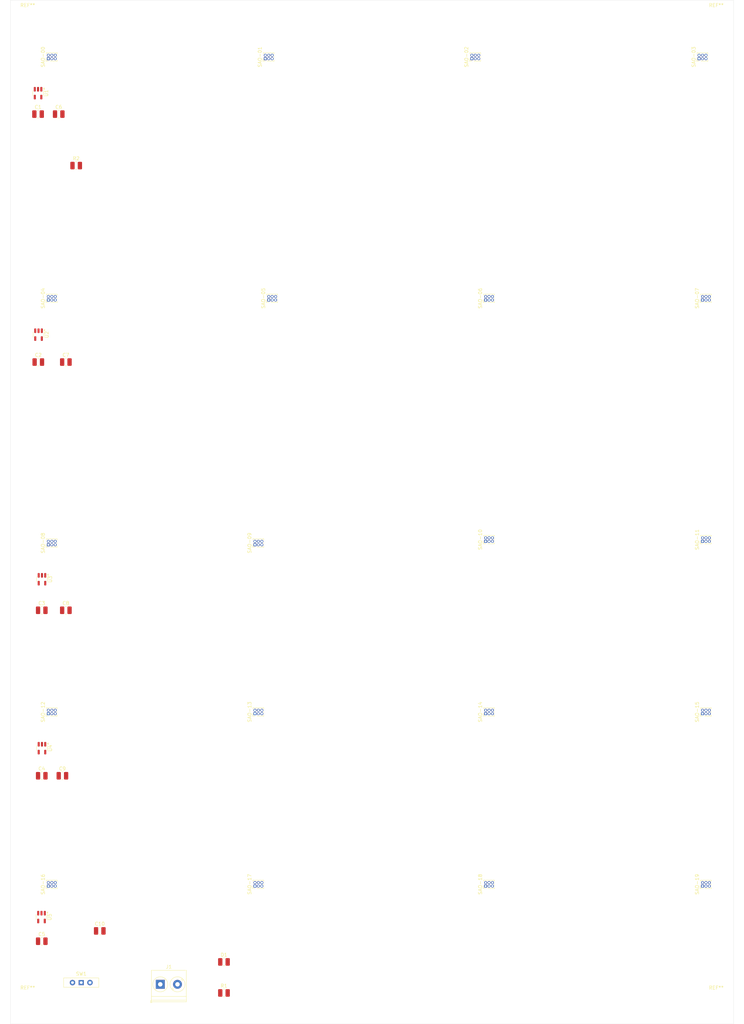
<source format=kicad_pcb>
(kicad_pcb (version 20240108) (generator "pcbnew") (generator_version "8.0")
  (layers (0 "F.Cu" signal) (31 "B.Cu" signal) (34 "B.Paste" user) (35 "F.Paste" user) (36 "B.SilkS" user "B.Silkscreen") (37 "F.SilkS" user "F.Silkscreen") (38 "B.Mask" user) (39 "F.Mask" user) (44 "Edge.Cuts" user))
  (net 0 "")
  (net 1 "Net-(U1-BP)")
  (net 2 "Net-(J1-Pin_2)")
  (net 3 "Net-(D1-K)")
  (net 4 "Net-(U2-BP)")
  (net 5 "Net-(U3-BP)")
  (net 6 "Net-(U4-BP)")
  (net 7 "Net-(U5-BP)")
  (net 8 "Net-(SAO-00-Pin_1)")
  (net 9 "Net-(SAO-04-Pin_1)")
  (net 10 "Net-(SAO-08-Pin_1)")
  (net 11 "Net-(SAO-12-Pin_1)")
  (net 12 "Net-(SAO-16-Pin_1)")
  (net 13 "Net-(D1-A)")
  (net 14 "Net-(SW1-B)")
  (net 15 "Net-(SAO-00-Pin_3)")
  (net 17 "Net-(SAO-00-Pin_4)")
  (footprint "Connector_PinHeader_1.00mm:PinHeader_2x03_P1.00mm_Vertical" (layer "F.Cu") (at 49 201 90)
    (property "Reference" "SAO-08" (at 0.5 -1.56 90) (layer "F.SilkS"))
    (property "Value" "Conn_02x03_Odd_Even")
    (pad "1" thru_hole rect (at 0 0 90) (size 0.85 0.85) (drill 0.5) (layers "*.Cu" "*.Mask") (net 10 "Net-(SAO-08-Pin_1)"))
    (pad "2" thru_hole oval (at 1 0 90) (size 0.85 0.85) (drill 0.5) (layers "*.Cu" "*.Mask") (net 3 "Net-(D1-K)"))
    (pad "3" thru_hole oval (at 0 1 90) (size 0.85 0.85) (drill 0.5) (layers "*.Cu" "*.Mask") (net 15 "Net-(SAO-00-Pin_3)"))
    (pad "4" thru_hole oval (at 1 1 90) (size 0.85 0.85) (drill 0.5) (layers "*.Cu" "*.Mask") (net 17 "Net-(SAO-00-Pin_4)"))
    (pad "5" thru_hole oval (at 0 2 90) (size 0.85 0.85) (drill 0.5) (layers "*.Cu" "*.Mask"))
    (pad "6" thru_hole oval (at 1 2 90) (size 0.85 0.85) (drill 0.5) (layers "*.Cu" "*.Mask"))
  )
  (footprint "MountingHole:MountingHole_3.5mm" (layer "F.Cu") (at 43 49)
    (property "Reference" "REF**" (at 0 -4.5 0) (layer "F.SilkS"))
    (property "Value" "MountingHole_3.5mm")
    (pad "" np_thru_hole circle (at 0 0) (size 3.5 3.5) (drill 3.5) (layers "*.Cu" "*.Mask"))
  )
  (footprint "Package_TO_SOT_SMD:SOT-23-5" (layer "F.Cu") (at 47 309 -90)
    (property "Reference" "U5" (at 0 -2.4 90) (layer "F.SilkS"))
    (property "Value" "MIC5219-3.3YM5")
    (pad "1" smd roundrect (at -1.1375 -0.95 270) (size 1.325 0.6) (layers "F.Cu" "F.Paste" "F.Mask") (net 14 "Net-(SW1-B)"))
    (pad "2" smd roundrect (at -1.1375 0 270) (size 1.325 0.6) (layers "F.Cu" "F.Paste" "F.Mask") (net 3 "Net-(D1-K)"))
    (pad "3" smd roundrect (at -1.1375 0.95 270) (size 1.325 0.6) (layers "F.Cu" "F.Paste" "F.Mask") (net 14 "Net-(SW1-B)"))
    (pad "4" smd roundrect (at 1.1375 0.95 270) (size 1.325 0.6) (layers "F.Cu" "F.Paste" "F.Mask") (net 7 "Net-(U5-BP)"))
    (pad "5" smd roundrect (at 1.1375 -0.95 270) (size 1.325 0.6) (layers "F.Cu" "F.Paste" "F.Mask") (net 12 "Net-(SAO-16-Pin_1)"))
  )
  (footprint "MountingHole:MountingHole_3.5mm" (layer "F.Cu") (at 43 334)
    (property "Reference" "REF**" (at 0 -4.5 0) (layer "F.SilkS"))
    (property "Value" "MountingHole_3.5mm")
    (pad "" np_thru_hole circle (at 0 0) (size 3.5 3.5) (drill 3.5) (layers "F&B.Cu" "*.Mask"))
  )
  (footprint "Inductor_SMD:L_1008_2520Metric" (layer "F.Cu") (at 46 76.075)
    (property "Reference" "C1" (at 0 -2.05 360) (layer "F.SilkS"))
    (property "Value" "470pF")
    (pad "1" smd roundrect (at -1.075 0) (size 1.25 2.2) (layers "F.Cu" "F.Paste" "F.Mask") (roundrect_rratio 0.2) (net 1 "Net-(U1-BP)"))
    (pad "2" smd roundrect (at 1.075 0) (size 1.25 2.2) (layers "F.Cu" "F.Paste" "F.Mask") (roundrect_rratio 0.2) (net 3 "Net-(D1-K)"))
  )
  (footprint "Connector_PinHeader_1.00mm:PinHeader_2x03_P1.00mm_Vertical" (layer "F.Cu") (at 49 60 90)
    (property "Reference" "SAO-00" (at 0.5 -1.56 90) (layer "F.SilkS"))
    (property "Value" "Conn_02x03_Odd_Even")
    (pad "1" thru_hole rect (at 0 0 90) (size 0.85 0.85) (drill 0.5) (layers "*.Cu" "*.Mask") (net 8 "Net-(SAO-00-Pin_1)"))
    (pad "2" thru_hole oval (at 1 0 90) (size 0.85 0.85) (drill 0.5) (layers "*.Cu" "*.Mask") (net 3 "Net-(D1-K)"))
    (pad "3" thru_hole oval (at 0 1 90) (size 0.85 0.85) (drill 0.5) (layers "*.Cu" "*.Mask") (net 15 "Net-(SAO-00-Pin_3)"))
    (pad "4" thru_hole oval (at 1 1 90) (size 0.85 0.85) (drill 0.5) (layers "*.Cu" "*.Mask") (net 17 "Net-(SAO-00-Pin_4)"))
    (pad "5" thru_hole oval (at 0 2 90) (size 0.85 0.85) (drill 0.5) (layers "*.Cu" "*.Mask"))
    (pad "6" thru_hole oval (at 1 2 90) (size 0.85 0.85) (drill 0.5) (layers "*.Cu" "*.Mask"))
  )
  (footprint "Connector_PinHeader_1.00mm:PinHeader_2x03_P1.00mm_Vertical" (layer "F.Cu") (at 176 250 90)
    (property "Reference" "SAO-14" (at 0.5 -1.56 90) (layer "F.SilkS"))
    (property "Value" "Conn_02x03_Odd_Even")
    (pad "1" thru_hole rect (at 0 0 90) (size 0.85 0.85) (drill 0.5) (layers "*.Cu" "*.Mask") (net 11 "Net-(SAO-12-Pin_1)"))
    (pad "2" thru_hole oval (at 1 0 90) (size 0.85 0.85) (drill 0.5) (layers "*.Cu" "*.Mask") (net 3 "Net-(D1-K)"))
    (pad "3" thru_hole oval (at 0 1 90) (size 0.85 0.85) (drill 0.5) (layers "*.Cu" "*.Mask") (net 15 "Net-(SAO-00-Pin_3)"))
    (pad "4" thru_hole oval (at 1 1 90) (size 0.85 0.85) (drill 0.5) (layers "*.Cu" "*.Mask") (net 17 "Net-(SAO-00-Pin_4)"))
    (pad "5" thru_hole oval (at 0 2 90) (size 0.85 0.85) (drill 0.5) (layers "*.Cu" "*.Mask"))
    (pad "6" thru_hole oval (at 1 2 90) (size 0.85 0.85) (drill 0.5) (layers "*.Cu" "*.Mask"))
  )
  (footprint "MountingHole:MountingHole_3.5mm" (layer "F.Cu") (at 243 49)
    (property "Reference" "REF**" (at 0 -4.5 0) (layer "F.SilkS"))
    (property "Value" "MountingHole_3.5mm")
    (pad "" np_thru_hole circle (at 0 0) (size 3.5 3.5) (drill 3.5) (layers "F&B.Cu" "*.Mask"))
  )
  (footprint "Connector_PinHeader_1.00mm:PinHeader_2x03_P1.00mm_Vertical" (layer "F.Cu") (at 239 250 90)
    (property "Reference" "SAO-15" (at 0.5 -1.56 90) (layer "F.SilkS"))
    (property "Value" "Conn_02x03_Odd_Even")
    (pad "1" thru_hole rect (at 0 0 90) (size 0.85 0.85) (drill 0.5) (layers "*.Cu" "*.Mask") (net 11 "Net-(SAO-12-Pin_1)"))
    (pad "2" thru_hole oval (at 1 0 90) (size 0.85 0.85) (drill 0.5) (layers "*.Cu" "*.Mask") (net 3 "Net-(D1-K)"))
    (pad "3" thru_hole oval (at 0 1 90) (size 0.85 0.85) (drill 0.5) (layers "*.Cu" "*.Mask") (net 15 "Net-(SAO-00-Pin_3)"))
    (pad "4" thru_hole oval (at 1 1 90) (size 0.85 0.85) (drill 0.5) (layers "*.Cu" "*.Mask") (net 17 "Net-(SAO-00-Pin_4)"))
    (pad "5" thru_hole oval (at 0 2 90) (size 0.85 0.85) (drill 0.5) (layers "*.Cu" "*.Mask"))
    (pad "6" thru_hole oval (at 1 2 90) (size 0.85 0.85) (drill 0.5) (layers "*.Cu" "*.Mask"))
  )
  (footprint "Connector_PinHeader_1.00mm:PinHeader_2x03_P1.00mm_Vertical" (layer "F.Cu") (at 113 130 90)
    (property "Reference" "SAO-05" (at 0.5 -1.56 90) (layer "F.SilkS"))
    (property "Value" "Conn_02x03_Odd_Even")
    (pad "1" thru_hole rect (at 0 0 90) (size 0.85 0.85) (drill 0.5) (layers "*.Cu" "*.Mask") (net 9 "Net-(SAO-04-Pin_1)"))
    (pad "2" thru_hole oval (at 1 0 90) (size 0.85 0.85) (drill 0.5) (layers "*.Cu" "*.Mask") (net 3 "Net-(D1-K)"))
    (pad "3" thru_hole oval (at 0 1 90) (size 0.85 0.85) (drill 0.5) (layers "*.Cu" "*.Mask") (net 15 "Net-(SAO-00-Pin_3)"))
    (pad "4" thru_hole oval (at 1 1 90) (size 0.85 0.85) (drill 0.5) (layers "*.Cu" "*.Mask") (net 17 "Net-(SAO-00-Pin_4)"))
    (pad "5" thru_hole oval (at 0 2 90) (size 0.85 0.85) (drill 0.5) (layers "*.Cu" "*.Mask"))
    (pad "6" thru_hole oval (at 1 2 90) (size 0.85 0.85) (drill 0.5) (layers "*.Cu" "*.Mask"))
  )
  (footprint "Inductor_SMD:L_1008_2520Metric" (layer "F.Cu") (at 47.075 268)
    (property "Reference" "C4" (at 0 -2.05 0) (layer "F.SilkS"))
    (property "Value" "470pF")
    (pad "1" smd roundrect (at -1.075 0) (size 1.25 2.2) (layers "F.Cu" "F.Paste" "F.Mask") (roundrect_rratio 0.2) (net 6 "Net-(U4-BP)"))
    (pad "2" smd roundrect (at 1.075 0) (size 1.25 2.2) (layers "F.Cu" "F.Paste" "F.Mask") (roundrect_rratio 0.2) (net 3 "Net-(D1-K)"))
  )
  (footprint "Button_Switch_THT:SW_Slide-03_Wuerth-WS-SLTV_10x2.5x6.4_P2.54mm" (layer "F.Cu") (at 58.54 328)
    (property "Reference" "SW1" (at 0 -2.54 0) (layer "F.SilkS"))
    (property "Value" "SW_SPDT")
    (pad "1" thru_hole rect (at 0 0) (size 1.5 1.5) (drill 0.8) (layers "*.Cu" "*.Mask"))
    (pad "2" thru_hole circle (at -2.54 0) (size 1.6 1.6) (drill 0.8) (layers "*.Cu" "*.Mask") (net 14 "Net-(SW1-B)"))
    (pad "3" thru_hole circle (at 2.54 0) (size 1.6 1.6) (drill 0.8) (layers "*.Cu" "*.Mask") (net 2 "Net-(J1-Pin_2)"))
  )
  (footprint "Package_TO_SOT_SMD:SOT-23-5" (layer "F.Cu") (at 47.1375 211 -90)
    (property "Reference" "U3" (at 0 -2.4 90) (layer "F.SilkS"))
    (property "Value" "MIC5219-3.3YM5")
    (pad "1" smd roundrect (at -1.1375 -0.95 270) (size 1.325 0.6) (layers "F.Cu" "F.Paste" "F.Mask") (net 14 "Net-(SW1-B)"))
    (pad "2" smd roundrect (at -1.1375 0 270) (size 1.325 0.6) (layers "F.Cu" "F.Paste" "F.Mask") (net 3 "Net-(D1-K)"))
    (pad "3" smd roundrect (at -1.1375 0.95 270) (size 1.325 0.6) (layers "F.Cu" "F.Paste" "F.Mask") (net 14 "Net-(SW1-B)"))
    (pad "4" smd roundrect (at 1.1375 0.95 270) (size 1.325 0.6) (layers "F.Cu" "F.Paste" "F.Mask") (net 5 "Net-(U3-BP)"))
    (pad "5" smd roundrect (at 1.1375 -0.95 270) (size 1.325 0.6) (layers "F.Cu" "F.Paste" "F.Mask") (net 10 "Net-(SAO-08-Pin_1)"))
  )
  (footprint "Inductor_SMD:L_1008_2520Metric" (layer "F.Cu") (at 47.075 316)
    (property "Reference" "C5" (at 0 -2.05 0) (layer "F.SilkS"))
    (property "Value" "470pF")
    (pad "1" smd roundrect (at -1.075 0) (size 1.25 2.2) (layers "F.Cu" "F.Paste" "F.Mask") (roundrect_rratio 0.2) (net 7 "Net-(U5-BP)"))
    (pad "2" smd roundrect (at 1.075 0) (size 1.25 2.2) (layers "F.Cu" "F.Paste" "F.Mask") (roundrect_rratio 0.2) (net 3 "Net-(D1-K)"))
  )
  (footprint "Inductor_SMD:L_1008_2520Metric" (layer "F.Cu") (at 52 76.075)
    (property "Reference" "C6" (at 0 -2.05 360) (layer "F.SilkS"))
    (property "Value" "2.2uF tantalum")
    (pad "1" smd roundrect (at -1.075 0) (size 1.25 2.2) (layers "F.Cu" "F.Paste" "F.Mask") (roundrect_rratio 0.2) (net 8 "Net-(SAO-00-Pin_1)"))
    (pad "2" smd roundrect (at 1.075 0) (size 1.25 2.2) (layers "F.Cu" "F.Paste" "F.Mask") (roundrect_rratio 0.2) (net 3 "Net-(D1-K)"))
  )
  (footprint "Connector_PinHeader_1.00mm:PinHeader_2x03_P1.00mm_Vertical" (layer "F.Cu") (at 49 130 90)
    (property "Reference" "SAO-04" (at 0.5 -1.56 90) (layer "F.SilkS"))
    (property "Value" "Conn_02x03_Odd_Even")
    (pad "1" thru_hole rect (at 0 0 90) (size 0.85 0.85) (drill 0.5) (layers "*.Cu" "*.Mask") (net 9 "Net-(SAO-04-Pin_1)"))
    (pad "2" thru_hole oval (at 1 0 90) (size 0.85 0.85) (drill 0.5) (layers "*.Cu" "*.Mask") (net 3 "Net-(D1-K)"))
    (pad "3" thru_hole oval (at 0 1 90) (size 0.85 0.85) (drill 0.5) (layers "*.Cu" "*.Mask") (net 15 "Net-(SAO-00-Pin_3)"))
    (pad "4" thru_hole oval (at 1 1 90) (size 0.85 0.85) (drill 0.5) (layers "*.Cu" "*.Mask") (net 17 "Net-(SAO-00-Pin_4)"))
    (pad "5" thru_hole oval (at 0 2 90) (size 0.85 0.85) (drill 0.5) (layers "*.Cu" "*.Mask"))
    (pad "6" thru_hole oval (at 1 2 90) (size 0.85 0.85) (drill 0.5) (layers "*.Cu" "*.Mask"))
  )
  (footprint "Inductor_SMD:L_1008_2520Metric" (layer "F.Cu") (at 57.075 91)
    (property "Reference" "R2" (at 0 -2.05 0) (layer "F.SilkS"))
    (property "Value" "4.7K")
    (pad "1" smd roundrect (at -1.075 0) (size 1.25 2.2) (layers "F.Cu" "F.Paste" "F.Mask") (roundrect_rratio 0.2) (net 8 "Net-(SAO-00-Pin_1)"))
    (pad "2" smd roundrect (at 1.075 0) (size 1.25 2.2) (layers "F.Cu" "F.Paste" "F.Mask") (roundrect_rratio 0.2) (net 15 "Net-(SAO-00-Pin_3)"))
  )
  (footprint "Connector_PinHeader_1.00mm:PinHeader_2x03_P1.00mm_Vertical" (layer "F.Cu") (at 109 201 90)
    (property "Reference" "SAO-09" (at 0.5 -1.56 90) (layer "F.SilkS"))
    (property "Value" "Conn_02x03_Odd_Even")
    (pad "1" thru_hole rect (at 0 0 90) (size 0.85 0.85) (drill 0.5) (layers "*.Cu" "*.Mask") (net 10 "Net-(SAO-08-Pin_1)"))
    (pad "2" thru_hole oval (at 1 0 90) (size 0.85 0.85) (drill 0.5) (layers "*.Cu" "*.Mask") (net 3 "Net-(D1-K)"))
    (pad "3" thru_hole oval (at 0 1 90) (size 0.85 0.85) (drill 0.5) (layers "*.Cu" "*.Mask") (net 15 "Net-(SAO-00-Pin_3)"))
    (pad "4" thru_hole oval (at 1 1 90) (size 0.85 0.85) (drill 0.5) (layers "*.Cu" "*.Mask") (net 17 "Net-(SAO-00-Pin_4)"))
    (pad "5" thru_hole oval (at 0 2 90) (size 0.85 0.85) (drill 0.5) (layers "*.Cu" "*.Mask"))
    (pad "6" thru_hole oval (at 1 2 90) (size 0.85 0.85) (drill 0.5) (layers "*.Cu" "*.Mask"))
  )
  (footprint "Package_TO_SOT_SMD:SOT-23-5" (layer "F.Cu") (at 47.1375 260 -90)
    (property "Reference" "U4" (at 0 -2.4 90) (layer "F.SilkS"))
    (property "Value" "MIC5219-3.3YM5")
    (pad "1" smd roundrect (at -1.1375 -0.95 270) (size 1.325 0.6) (layers "F.Cu" "F.Paste" "F.Mask") (net 14 "Net-(SW1-B)"))
    (pad "2" smd roundrect (at -1.1375 0 270) (size 1.325 0.6) (layers "F.Cu" "F.Paste" "F.Mask") (net 3 "Net-(D1-K)"))
    (pad "3" smd roundrect (at -1.1375 0.95 270) (size 1.325 0.6) (layers "F.Cu" "F.Paste" "F.Mask") (net 14 "Net-(SW1-B)"))
    (pad "4" smd roundrect (at 1.1375 0.95 270) (size 1.325 0.6) (layers "F.Cu" "F.Paste" "F.Mask") (net 6 "Net-(U4-BP)"))
    (pad "5" smd roundrect (at 1.1375 -0.95 270) (size 1.325 0.6) (layers "F.Cu" "F.Paste" "F.Mask") (net 11 "Net-(SAO-12-Pin_1)"))
  )
  (footprint "Connector_PinHeader_1.00mm:PinHeader_2x03_P1.00mm_Vertical" (layer "F.Cu") (at 176 200 90)
    (property "Reference" "SAO-10" (at 0.5 -1.56 90) (layer "F.SilkS"))
    (property "Value" "Conn_02x03_Odd_Even")
    (pad "1" thru_hole rect (at 0 0 90) (size 0.85 0.85) (drill 0.5) (layers "*.Cu" "*.Mask") (net 10 "Net-(SAO-08-Pin_1)"))
    (pad "2" thru_hole oval (at 1 0 90) (size 0.85 0.85) (drill 0.5) (layers "*.Cu" "*.Mask") (net 3 "Net-(D1-K)"))
    (pad "3" thru_hole oval (at 0 1 90) (size 0.85 0.85) (drill 0.5) (layers "*.Cu" "*.Mask") (net 15 "Net-(SAO-00-Pin_3)"))
    (pad "4" thru_hole oval (at 1 1 90) (size 0.85 0.85) (drill 0.5) (layers "*.Cu" "*.Mask") (net 17 "Net-(SAO-00-Pin_4)"))
    (pad "5" thru_hole oval (at 0 2 90) (size 0.85 0.85) (drill 0.5) (layers "*.Cu" "*.Mask"))
    (pad "6" thru_hole oval (at 1 2 90) (size 0.85 0.85) (drill 0.5) (layers "*.Cu" "*.Mask"))
  )
  (footprint "Connector_PinHeader_1.00mm:PinHeader_2x03_P1.00mm_Vertical" (layer "F.Cu") (at 112 60 90)
    (property "Reference" "SAO-01" (at 0.5 -1.56 90) (layer "F.SilkS"))
    (property "Value" "Conn_02x03_Odd_Even")
    (pad "1" thru_hole rect (at 0 0 90) (size 0.85 0.85) (drill 0.5) (layers "*.Cu" "*.Mask") (net 8 "Net-(SAO-00-Pin_1)"))
    (pad "2" thru_hole oval (at 1 0 90) (size 0.85 0.85) (drill 0.5) (layers "*.Cu" "*.Mask") (net 3 "Net-(D1-K)"))
    (pad "3" thru_hole oval (at 0 1 90) (size 0.85 0.85) (drill 0.5) (layers "*.Cu" "*.Mask") (net 15 "Net-(SAO-00-Pin_3)"))
    (pad "4" thru_hole oval (at 1 1 90) (size 0.85 0.85) (drill 0.5) (layers "*.Cu" "*.Mask") (net 17 "Net-(SAO-00-Pin_4)"))
    (pad "5" thru_hole oval (at 0 2 90) (size 0.85 0.85) (drill 0.5) (layers "*.Cu" "*.Mask"))
    (pad "6" thru_hole oval (at 1 2 90) (size 0.85 0.85) (drill 0.5) (layers "*.Cu" "*.Mask"))
  )
  (footprint "Connector_PinHeader_1.00mm:PinHeader_2x03_P1.00mm_Vertical" (layer "F.Cu") (at 176 130 90)
    (property "Reference" "SAO-06" (at 0.5 -1.56 90) (layer "F.SilkS"))
    (property "Value" "Conn_02x03_Odd_Even")
    (pad "1" thru_hole rect (at 0 0 90) (size 0.85 0.85) (drill 0.5) (layers "*.Cu" "*.Mask") (net 9 "Net-(SAO-04-Pin_1)"))
    (pad "2" thru_hole oval (at 1 0 90) (size 0.85 0.85) (drill 0.5) (layers "*.Cu" "*.Mask") (net 3 "Net-(D1-K)"))
    (pad "3" thru_hole oval (at 0 1 90) (size 0.85 0.85) (drill 0.5) (layers "*.Cu" "*.Mask") (net 15 "Net-(SAO-00-Pin_3)"))
    (pad "4" thru_hole oval (at 1 1 90) (size 0.85 0.85) (drill 0.5) (layers "*.Cu" "*.Mask") (net 17 "Net-(SAO-00-Pin_4)"))
    (pad "5" thru_hole oval (at 0 2 90) (size 0.85 0.85) (drill 0.5) (layers "*.Cu" "*.Mask"))
    (pad "6" thru_hole oval (at 1 2 90) (size 0.85 0.85) (drill 0.5) (layers "*.Cu" "*.Mask"))
  )
  (footprint "MountingHole:MountingHole_3.5mm" (layer "F.Cu") (at 243 334)
    (property "Reference" "REF**" (at 0 -4.5 0) (layer "F.SilkS"))
    (property "Value" "MountingHole_3.5mm")
    (pad "" np_thru_hole circle (at 0 0) (size 3.5 3.5) (drill 3.5) (layers "F&B.Cu" "*.Mask"))
  )
  (footprint "Inductor_SMD:L_1008_2520Metric" (layer "F.Cu") (at 46.075 148)
    (property "Reference" "C2" (at 0 -2.05 0) (layer "F.SilkS"))
    (property "Value" "470pF")
    (pad "1" smd roundrect (at -1.075 0) (size 1.25 2.2) (layers "F.Cu" "F.Paste" "F.Mask") (roundrect_rratio 0.2) (net 4 "Net-(U2-BP)"))
    (pad "2" smd roundrect (at 1.075 0) (size 1.25 2.2) (layers "F.Cu" "F.Paste" "F.Mask") (roundrect_rratio 0.2) (net 3 "Net-(D1-K)"))
  )
  (footprint "Connector_PinHeader_1.00mm:PinHeader_2x03_P1.00mm_Vertical" (layer "F.Cu") (at 239 300 90)
    (property "Reference" "SAO-19" (at 0.5 -1.56 90) (layer "F.SilkS"))
    (property "Value" "Conn_02x03_Odd_Even")
    (pad "1" thru_hole rect (at 0 0 90) (size 0.85 0.85) (drill 0.5) (layers "*.Cu" "*.Mask") (net 12 "Net-(SAO-16-Pin_1)"))
    (pad "2" thru_hole oval (at 1 0 90) (size 0.85 0.85) (drill 0.5) (layers "*.Cu" "*.Mask") (net 3 "Net-(D1-K)"))
    (pad "3" thru_hole oval (at 0 1 90) (size 0.85 0.85) (drill 0.5) (layers "*.Cu" "*.Mask") (net 15 "Net-(SAO-00-Pin_3)"))
    (pad "4" thru_hole oval (at 1 1 90) (size 0.85 0.85) (drill 0.5) (layers "*.Cu" "*.Mask") (net 17 "Net-(SAO-00-Pin_4)"))
    (pad "5" thru_hole oval (at 0 2 90) (size 0.85 0.85) (drill 0.5) (layers "*.Cu" "*.Mask"))
    (pad "6" thru_hole oval (at 1 2 90) (size 0.85 0.85) (drill 0.5) (layers "*.Cu" "*.Mask"))
  )
  (footprint "Connector_PinHeader_1.00mm:PinHeader_2x03_P1.00mm_Vertical" (layer "F.Cu") (at 239 200 90)
    (property "Reference" "SAO-11" (at 0.5 -1.56 90) (layer "F.SilkS"))
    (property "Value" "Conn_02x03_Odd_Even")
    (pad "1" thru_hole rect (at 0 0 90) (size 0.85 0.85) (drill 0.5) (layers "*.Cu" "*.Mask") (net 10 "Net-(SAO-08-Pin_1)"))
    (pad "2" thru_hole oval (at 1 0 90) (size 0.85 0.85) (drill 0.5) (layers "*.Cu" "*.Mask") (net 3 "Net-(D1-K)"))
    (pad "3" thru_hole oval (at 0 1 90) (size 0.85 0.85) (drill 0.5) (layers "*.Cu" "*.Mask") (net 15 "Net-(SAO-00-Pin_3)"))
    (pad "4" thru_hole oval (at 1 1 90) (size 0.85 0.85) (drill 0.5) (layers "*.Cu" "*.Mask") (net 17 "Net-(SAO-00-Pin_4)"))
    (pad "5" thru_hole oval (at 0 2 90) (size 0.85 0.85) (drill 0.5) (layers "*.Cu" "*.Mask"))
    (pad "6" thru_hole oval (at 1 2 90) (size 0.85 0.85) (drill 0.5) (layers "*.Cu" "*.Mask"))
  )
  (footprint "Connector_PinHeader_1.00mm:PinHeader_2x03_P1.00mm_Vertical" (layer "F.Cu") (at 238 60 90)
    (property "Reference" "SAO-03" (at 0.5 -1.56 90) (layer "F.SilkS"))
    (property "Value" "~")
    (pad "1" thru_hole rect (at 0 0 90) (size 0.85 0.85) (drill 0.5) (layers "*.Cu" "*.Mask") (net 8 "Net-(SAO-00-Pin_1)"))
    (pad "2" thru_hole oval (at 1 0 90) (size 0.85 0.85) (drill 0.5) (layers "*.Cu" "*.Mask") (net 3 "Net-(D1-K)"))
    (pad "3" thru_hole oval (at 0 1 90) (size 0.85 0.85) (drill 0.5) (layers "*.Cu" "*.Mask") (net 15 "Net-(SAO-00-Pin_3)"))
    (pad "4" thru_hole oval (at 1 1 90) (size 0.85 0.85) (drill 0.5) (layers "*.Cu" "*.Mask") (net 17 "Net-(SAO-00-Pin_4)"))
    (pad "5" thru_hole oval (at 0 2 90) (size 0.85 0.85) (drill 0.5) (layers "*.Cu" "*.Mask"))
    (pad "6" thru_hole oval (at 1 2 90) (size 0.85 0.85) (drill 0.5) (layers "*.Cu" "*.Mask"))
  )
  (footprint "Package_TO_SOT_SMD:SOT-23-5" (layer "F.Cu") (at 46.1375 140.05 -90)
    (property "Reference" "U2" (at 0 -2.4 90) (layer "F.SilkS"))
    (property "Value" "MIC5219-3.3YM5")
    (pad "1" smd roundrect (at -1.1375 -0.95 270) (size 1.325 0.6) (layers "F.Cu" "F.Paste" "F.Mask") (net 14 "Net-(SW1-B)"))
    (pad "2" smd roundrect (at -1.1375 0 270) (size 1.325 0.6) (layers "F.Cu" "F.Paste" "F.Mask") (net 3 "Net-(D1-K)"))
    (pad "3" smd roundrect (at -1.1375 0.95 270) (size 1.325 0.6) (layers "F.Cu" "F.Paste" "F.Mask") (net 14 "Net-(SW1-B)"))
    (pad "4" smd roundrect (at 1.1375 0.95 270) (size 1.325 0.6) (layers "F.Cu" "F.Paste" "F.Mask") (net 4 "Net-(U2-BP)"))
    (pad "5" smd roundrect (at 1.1375 -0.95 270) (size 1.325 0.6) (layers "F.Cu" "F.Paste" "F.Mask") (net 9 "Net-(SAO-04-Pin_1)"))
  )
  (footprint "Connector_PinHeader_1.00mm:PinHeader_2x03_P1.00mm_Vertical" (layer "F.Cu") (at 109 250 90)
    (property "Reference" "SAO-13" (at 0.5 -1.56 90) (layer "F.SilkS"))
    (property "Value" "Conn_02x03_Odd_Even")
    (pad "1" thru_hole rect (at 0 0 90) (size 0.85 0.85) (drill 0.5) (layers "*.Cu" "*.Mask") (net 11 "Net-(SAO-12-Pin_1)"))
    (pad "2" thru_hole oval (at 1 0 90) (size 0.85 0.85) (drill 0.5) (layers "*.Cu" "*.Mask") (net 3 "Net-(D1-K)"))
    (pad "3" thru_hole oval (at 0 1 90) (size 0.85 0.85) (drill 0.5) (layers "*.Cu" "*.Mask") (net 15 "Net-(SAO-00-Pin_3)"))
    (pad "4" thru_hole oval (at 1 1 90) (size 0.85 0.85) (drill 0.5) (layers "*.Cu" "*.Mask") (net 17 "Net-(SAO-00-Pin_4)"))
    (pad "5" thru_hole oval (at 0 2 90) (size 0.85 0.85) (drill 0.5) (layers "*.Cu" "*.Mask"))
    (pad "6" thru_hole oval (at 1 2 90) (size 0.85 0.85) (drill 0.5) (layers "*.Cu" "*.Mask"))
  )
  (footprint "Connector_PinHeader_1.00mm:PinHeader_2x03_P1.00mm_Vertical" (layer "F.Cu") (at 176 300 90)
    (property "Reference" "SAO-18" (at 0.5 -1.56 90) (layer "F.SilkS"))
    (property "Value" "Conn_02x03_Odd_Even")
    (pad "1" thru_hole rect (at 0 0 90) (size 0.85 0.85) (drill 0.5) (layers "*.Cu" "*.Mask") (net 12 "Net-(SAO-16-Pin_1)"))
    (pad "2" thru_hole oval (at 1 0 90) (size 0.85 0.85) (drill 0.5) (layers "*.Cu" "*.Mask") (net 3 "Net-(D1-K)"))
    (pad "3" thru_hole oval (at 0 1 90) (size 0.85 0.85) (drill 0.5) (layers "*.Cu" "*.Mask") (net 15 "Net-(SAO-00-Pin_3)"))
    (pad "4" thru_hole oval (at 1 1 90) (size 0.85 0.85) (drill 0.5) (layers "*.Cu" "*.Mask") (net 17 "Net-(SAO-00-Pin_4)"))
    (pad "5" thru_hole oval (at 0 2 90) (size 0.85 0.85) (drill 0.5) (layers "*.Cu" "*.Mask"))
    (pad "6" thru_hole oval (at 1 2 90) (size 0.85 0.85) (drill 0.5) (layers "*.Cu" "*.Mask"))
  )
  (footprint "Inductor_SMD:L_1008_2520Metric" (layer "F.Cu") (at 54.075 148)
    (property "Reference" "C7" (at 0 -2.05 0) (layer "F.SilkS"))
    (property "Value" "2.2uF tantalum")
    (pad "1" smd roundrect (at -1.075 0) (size 1.25 2.2) (layers "F.Cu" "F.Paste" "F.Mask") (roundrect_rratio 0.2) (net 9 "Net-(SAO-04-Pin_1)"))
    (pad "2" smd roundrect (at 1.075 0) (size 1.25 2.2) (layers "F.Cu" "F.Paste" "F.Mask") (roundrect_rratio 0.2) (net 3 "Net-(D1-K)"))
  )
  (footprint "Inductor_SMD:L_1008_2520Metric" (layer "F.Cu") (at 63.925 313)
    (property "Reference" "C10" (at 0 -2.05 0) (layer "F.SilkS"))
    (property "Value" "2.2uF tantalum")
    (pad "1" smd roundrect (at -1.075 0) (size 1.25 2.2) (layers "F.Cu" "F.Paste" "F.Mask") (roundrect_rratio 0.2) (net 12 "Net-(SAO-16-Pin_1)"))
    (pad "2" smd roundrect (at 1.075 0) (size 1.25 2.2) (layers "F.Cu" "F.Paste" "F.Mask") (roundrect_rratio 0.2) (net 3 "Net-(D1-K)"))
  )
  (footprint "Inductor_SMD:L_1008_2520Metric" (layer "F.Cu") (at 53.075 268)
    (property "Reference" "C9" (at 0 -2.05 0) (layer "F.SilkS"))
    (property "Value" "2.2uF tantalum")
    (pad "1" smd roundrect (at -1.075 0) (size 1.25 2.2) (layers "F.Cu" "F.Paste" "F.Mask") (roundrect_rratio 0.2) (net 11 "Net-(SAO-12-Pin_1)"))
    (pad "2" smd roundrect (at 1.075 0) (size 1.25 2.2) (layers "F.Cu" "F.Paste" "F.Mask") (roundrect_rratio 0.2) (net 3 "Net-(D1-K)"))
  )
  (footprint "Inductor_SMD:L_1008_2520Metric" (layer "F.Cu") (at 47.075 220)
    (property "Reference" "C3" (at 0 -2.05 0) (layer "F.SilkS"))
    (property "Value" "470pF")
    (pad "1" smd roundrect (at -1.075 0) (size 1.25 2.2) (layers "F.Cu" "F.Paste" "F.Mask") (roundrect_rratio 0.2) (net 5 "Net-(U3-BP)"))
    (pad "2" smd roundrect (at 1.075 0) (size 1.25 2.2) (layers "F.Cu" "F.Paste" "F.Mask") (roundrect_rratio 0.2) (net 3 "Net-(D1-K)"))
  )
  (footprint "TerminalBlock_Phoenix:TerminalBlock_Phoenix_PT-1,5-2-5.0-H_1x02_P5.00mm_Horizontal" (layer "F.Cu") (at 81.5 328.5)
    (property "Reference" "J1" (at 2.5 -5.06 0) (layer "F.SilkS"))
    (property "Value" "5V")
    (pad "1" thru_hole rect (at 0 0) (size 2.6 2.6) (drill 1.3) (layers "*.Cu" "*.Mask") (net 3 "Net-(D1-K)"))
    (pad "2" thru_hole circle (at 5 0) (size 2.6 2.6) (drill 1.3) (layers "*.Cu" "*.Mask") (net 2 "Net-(J1-Pin_2)"))
  )
  (footprint "Inductor_SMD:L_1008_2520Metric" (layer "F.Cu") (at 100 331)
    (property "Reference" "R1" (at 0 -2.05 0) (layer "F.SilkS"))
    (property "Value" "330")
    (pad "1" smd roundrect (at -1.075 0) (size 1.25 2.2) (layers "F.Cu" "F.Paste" "F.Mask") (roundrect_rratio 0.2) (net 14 "Net-(SW1-B)"))
    (pad "2" smd roundrect (at 1.075 0) (size 1.25 2.2) (layers "F.Cu" "F.Paste" "F.Mask") (roundrect_rratio 0.2) (net 13 "Net-(D1-A)"))
  )
  (footprint "Inductor_SMD:L_1008_2520Metric" (layer "F.Cu") (at 54.075 220)
    (property "Reference" "C8" (at 0 -2.05 0) (layer "F.SilkS"))
    (property "Value" "2.2uF tantalum")
    (pad "1" smd roundrect (at -1.075 0) (size 1.25 2.2) (layers "F.Cu" "F.Paste" "F.Mask") (roundrect_rratio 0.2) (net 10 "Net-(SAO-08-Pin_1)"))
    (pad "2" smd roundrect (at 1.075 0) (size 1.25 2.2) (layers "F.Cu" "F.Paste" "F.Mask") (roundrect_rratio 0.2) (net 3 "Net-(D1-K)"))
  )
  (footprint "Package_TO_SOT_SMD:SOT-23-5" (layer "F.Cu") (at 46 70 -90)
    (property "Reference" "U1" (at 0 -2.4 90) (layer "F.SilkS"))
    (property "Value" "MIC5219-3.3YM5")
    (pad "1" smd roundrect (at -1.1375 -0.95 270) (size 1.325 0.6) (layers "F.Cu" "F.Paste" "F.Mask") (net 14 "Net-(SW1-B)"))
    (pad "2" smd roundrect (at -1.1375 0 270) (size 1.325 0.6) (layers "F.Cu" "F.Paste" "F.Mask") (net 3 "Net-(D1-K)"))
    (pad "3" smd roundrect (at -1.1375 0.95 270) (size 1.325 0.6) (layers "F.Cu" "F.Paste" "F.Mask") (net 14 "Net-(SW1-B)"))
    (pad "4" smd roundrect (at 1.1375 0.95 270) (size 1.325 0.6) (layers "F.Cu" "F.Paste" "F.Mask") (net 1 "Net-(U1-BP)"))
    (pad "5" smd roundrect (at 1.1375 -0.95 270) (size 1.325 0.6) (layers "F.Cu" "F.Paste" "F.Mask") (net 8 "Net-(SAO-00-Pin_1)"))
  )
  (footprint "Connector_PinHeader_1.00mm:PinHeader_2x03_P1.00mm_Vertical" (layer "F.Cu") (at 239 130 90)
    (property "Reference" "SAO-07" (at 0.5 -1.56 90) (layer "F.SilkS"))
    (property "Value" "Conn_02x03_Odd_Even")
    (pad "1" thru_hole rect (at 0 0 90) (size 0.85 0.85) (drill 0.5) (layers "*.Cu" "*.Mask") (net 9 "Net-(SAO-04-Pin_1)"))
    (pad "2" thru_hole oval (at 1 0 90) (size 0.85 0.85) (drill 0.5) (layers "*.Cu" "*.Mask") (net 3 "Net-(D1-K)"))
    (pad "3" thru_hole oval (at 0 1 90) (size 0.85 0.85) (drill 0.5) (layers "*.Cu" "*.Mask") (net 15 "Net-(SAO-00-Pin_3)"))
    (pad "4" thru_hole oval (at 1 1 90) (size 0.85 0.85) (drill 0.5) (layers "*.Cu" "*.Mask") (net 17 "Net-(SAO-00-Pin_4)"))
    (pad "5" thru_hole oval (at 0 2 90) (size 0.85 0.85) (drill 0.5) (layers "*.Cu" "*.Mask"))
    (pad "6" thru_hole oval (at 1 2 90) (size 0.85 0.85) (drill 0.5) (layers "*.Cu" "*.Mask"))
  )
  (footprint "Inductor_SMD:L_1008_2520Metric" (layer "F.Cu") (at 100 322)
    (property "Reference" "D1" (at 0 -2.05 0) (layer "F.SilkS"))
    (property "Value" "LED")
    (pad "1" smd roundrect (at -1.075 0) (size 1.25 2.2) (layers "F.Cu" "F.Paste" "F.Mask") (roundrect_rratio 0.2) (net 3 "Net-(D1-K)"))
    (pad "2" smd roundrect (at 1.075 0) (size 1.25 2.2) (layers "F.Cu" "F.Paste" "F.Mask") (roundrect_rratio 0.2) (net 13 "Net-(D1-A)"))
  )
  (footprint "Connector_PinHeader_1.00mm:PinHeader_2x03_P1.00mm_Vertical" (layer "F.Cu") (at 109 300 90)
    (property "Reference" "SAO-17" (at 0.5 -1.56 90) (layer "F.SilkS"))
    (property "Value" "Conn_02x03_Odd_Even")
    (pad "1" thru_hole rect (at 0 0 90) (size 0.85 0.85) (drill 0.5) (layers "*.Cu" "*.Mask") (net 12 "Net-(SAO-16-Pin_1)"))
    (pad "2" thru_hole oval (at 1 0 90) (size 0.85 0.85) (drill 0.5) (layers "*.Cu" "*.Mask") (net 3 "Net-(D1-K)"))
    (pad "3" thru_hole oval (at 0 1 90) (size 0.85 0.85) (drill 0.5) (layers "*.Cu" "*.Mask") (net 15 "Net-(SAO-00-Pin_3)"))
    (pad "4" thru_hole oval (at 1 1 90) (size 0.85 0.85) (drill 0.5) (layers "*.Cu" "*.Mask") (net 17 "Net-(SAO-00-Pin_4)"))
    (pad "5" thru_hole oval (at 0 2 90) (size 0.85 0.85) (drill 0.5) (layers "*.Cu" "*.Mask"))
    (pad "6" thru_hole oval (at 1 2 90) (size 0.85 0.85) (drill 0.5) (layers "*.Cu" "*.Mask"))
  )
  (footprint "Connector_PinHeader_1.00mm:PinHeader_2x03_P1.00mm_Vertical" (layer "F.Cu") (at 49 250 90)
    (property "Reference" "SAO-12" (at 0.5 -1.56 90) (layer "F.SilkS"))
    (property "Value" "Conn_02x03_Odd_Even")
    (pad "1" thru_hole rect (at 0 0 90) (size 0.85 0.85) (drill 0.5) (layers "*.Cu" "*.Mask") (net 11 "Net-(SAO-12-Pin_1)"))
    (pad "2" thru_hole oval (at 1 0 90) (size 0.85 0.85) (drill 0.5) (layers "*.Cu" "*.Mask") (net 3 "Net-(D1-K)"))
    (pad "3" thru_hole oval (at 0 1 90) (size 0.85 0.85) (drill 0.5) (layers "*.Cu" "*.Mask") (net 15 "Net-(SAO-00-Pin_3)"))
    (pad "4" thru_hole oval (at 1 1 90) (size 0.85 0.85) (drill 0.5) (layers "*.Cu" "*.Mask") (net 17 "Net-(SAO-00-Pin_4)"))
    (pad "5" thru_hole oval (at 0 2 90) (size 0.85 0.85) (drill 0.5) (layers "*.Cu" "*.Mask"))
    (pad "6" thru_hole oval (at 1 2 90) (size 0.85 0.85) (drill 0.5) (layers "*.Cu" "*.Mask"))
  )
  (footprint "Connector_PinHeader_1.00mm:PinHeader_2x03_P1.00mm_Vertical" (layer "F.Cu") (at 172 60 90)
    (property "Reference" "SAO-02" (at 0.5 -1.56 90) (layer "F.SilkS"))
    (property "Value" "Conn_02x03_Odd_Even")
    (pad "1" thru_hole rect (at 0 0 90) (size 0.85 0.85) (drill 0.5) (layers "*.Cu" "*.Mask") (net 8 "Net-(SAO-00-Pin_1)"))
    (pad "2" thru_hole oval (at 1 0 90) (size 0.85 0.85) (drill 0.5) (layers "*.Cu" "*.Mask") (net 3 "Net-(D1-K)"))
    (pad "3" thru_hole oval (at 0 1 90) (size 0.85 0.85) (drill 0.5) (layers "*.Cu" "*.Mask") (net 15 "Net-(SAO-00-Pin_3)"))
    (pad "4" thru_hole oval (at 1 1 90) (size 0.85 0.85) (drill 0.5) (layers "*.Cu" "*.Mask") (net 17 "Net-(SAO-00-Pin_4)"))
    (pad "5" thru_hole oval (at 0 2 90) (size 0.85 0.85) (drill 0.5) (layers "*.Cu" "*.Mask"))
    (pad "6" thru_hole oval (at 1 2 90) (size 0.85 0.85) (drill 0.5) (layers "*.Cu" "*.Mask"))
  )
  (footprint "Connector_PinHeader_1.00mm:PinHeader_2x03_P1.00mm_Vertical" (layer "F.Cu") (at 49 300 90)
    (property "Reference" "SAO-16" (at 0.5 -1.56 90) (layer "F.SilkS"))
    (property "Value" "Conn_02x03_Odd_Even")
    (pad "1" thru_hole rect (at 0 0 90) (size 0.85 0.85) (drill 0.5) (layers "*.Cu" "*.Mask") (net 12 "Net-(SAO-16-Pin_1)"))
    (pad "2" thru_hole oval (at 1 0 90) (size 0.85 0.85) (drill 0.5) (layers "*.Cu" "*.Mask") (net 3 "Net-(D1-K)"))
    (pad "3" thru_hole oval (at 0 1 90) (size 0.85 0.85) (drill 0.5) (layers "*.Cu" "*.Mask") (net 15 "Net-(SAO-00-Pin_3)"))
    (pad "4" thru_hole oval (at 1 1 90) (size 0.85 0.85) (drill 0.5) (layers "*.Cu" "*.Mask") (net 17 "Net-(SAO-00-Pin_4)"))
    (pad "5" thru_hole oval (at 0 2 90) (size 0.85 0.85) (drill 0.5) (layers "*.Cu" "*.Mask"))
    (pad "6" thru_hole oval (at 1 2 90) (size 0.85 0.85) (drill 0.5) (layers "*.Cu" "*.Mask"))
  )
  (gr_rect (start 38 43) (end 248 340) (stroke (width 0.05)) (fill none) (layer "Edge.Cuts"))
)
</source>
